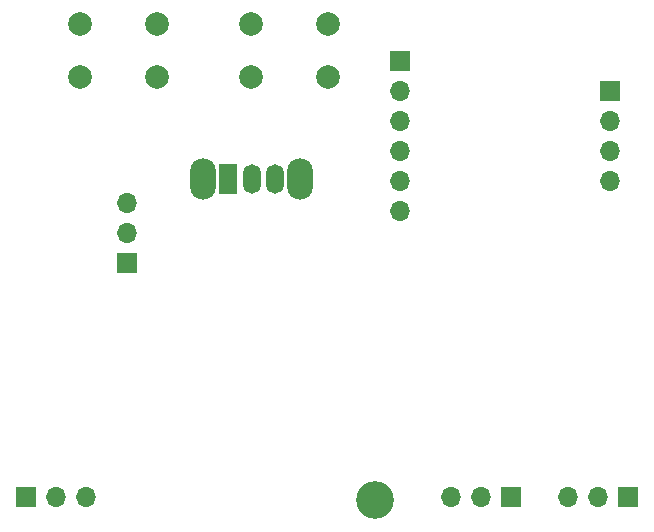
<source format=gbr>
%TF.GenerationSoftware,KiCad,Pcbnew,6.0.7-f9a2dced07~116~ubuntu22.04.1*%
%TF.CreationDate,2022-09-22T10:40:42-04:00*%
%TF.ProjectId,gimbal,67696d62-616c-42e6-9b69-6361645f7063,rev?*%
%TF.SameCoordinates,Original*%
%TF.FileFunction,Soldermask,Bot*%
%TF.FilePolarity,Negative*%
%FSLAX46Y46*%
G04 Gerber Fmt 4.6, Leading zero omitted, Abs format (unit mm)*
G04 Created by KiCad (PCBNEW 6.0.7-f9a2dced07~116~ubuntu22.04.1) date 2022-09-22 10:40:42*
%MOMM*%
%LPD*%
G01*
G04 APERTURE LIST*
%ADD10R,1.700000X1.700000*%
%ADD11O,1.700000X1.700000*%
%ADD12C,3.200000*%
%ADD13C,2.000000*%
%ADD14O,2.200000X3.500000*%
%ADD15R,1.500000X2.500000*%
%ADD16O,1.500000X2.500000*%
G04 APERTURE END LIST*
D10*
%TO.C,J2*%
X131191000Y-102093000D03*
D11*
X131191000Y-99553000D03*
X131191000Y-97013000D03*
%TD*%
D10*
%TO.C,J3*%
X154305000Y-84963000D03*
D11*
X154305000Y-87503000D03*
X154305000Y-90043000D03*
X154305000Y-92583000D03*
X154305000Y-95123000D03*
X154305000Y-97663000D03*
%TD*%
D10*
%TO.C,J4*%
X163703000Y-121920000D03*
D11*
X161163000Y-121920000D03*
X158623000Y-121920000D03*
%TD*%
D10*
%TO.C,J6*%
X173609000Y-121920000D03*
D11*
X171069000Y-121920000D03*
X168529000Y-121920000D03*
%TD*%
D10*
%TO.C,J7*%
X172085000Y-87503000D03*
D11*
X172085000Y-90043000D03*
X172085000Y-92583000D03*
X172085000Y-95123000D03*
%TD*%
D10*
%TO.C,J1*%
X122570000Y-121920000D03*
D11*
X125110000Y-121920000D03*
X127650000Y-121920000D03*
%TD*%
D12*
%TO.C,H1*%
X152146000Y-122174000D03*
%TD*%
D13*
%TO.C,SW2*%
X141657000Y-86360000D03*
X148157000Y-86360000D03*
X141657000Y-81860000D03*
X148157000Y-81860000D03*
%TD*%
D14*
%TO.C,SW4*%
X145800000Y-94996000D03*
X137600000Y-94996000D03*
D15*
X139700000Y-94996000D03*
D16*
X141700000Y-94996000D03*
X143700000Y-94996000D03*
%TD*%
D13*
%TO.C,SW3*%
X127179000Y-86360000D03*
X133679000Y-86360000D03*
X127179000Y-81860000D03*
X133679000Y-81860000D03*
%TD*%
M02*

</source>
